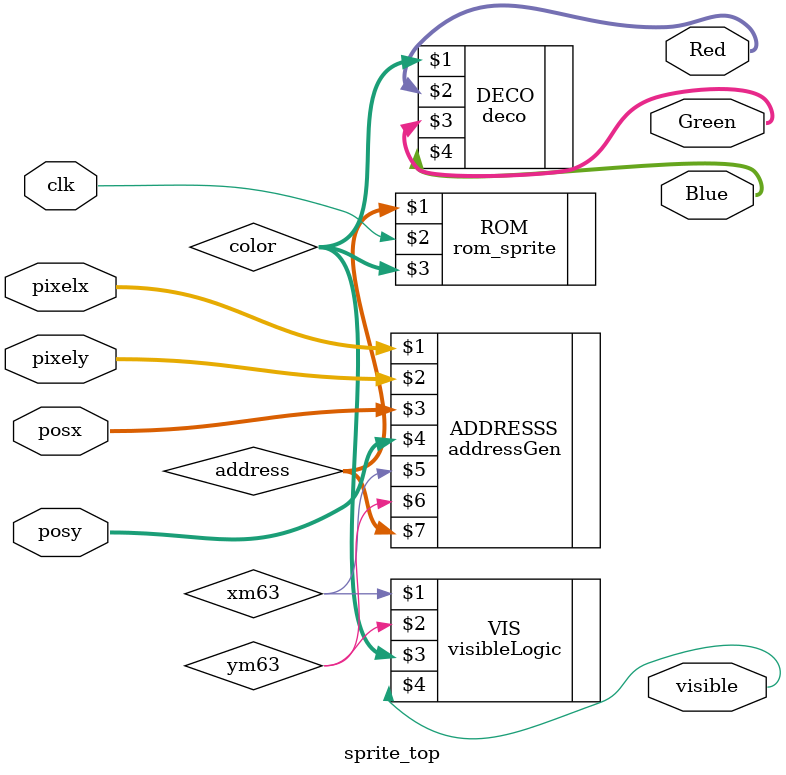
<source format=sv>
module sprite_top(input clk, input [9:0] posx,
						posy, pixelx, pixely,
						output [7:0] Red, Green, Blue,
						output visible);
//ROM
logic [11:0] address;
logic [2:0] color;

rom_sprite  ROM (address, clk, color);	
//DECO
deco DECO (color, Red, Green, Blue);
logic xm63, ym63;
//ADDRESS GENERATION
addressGen ADDRESSS(pixelx, pixely,
            posx, posy, xm63, ym63, address);	
//VISIBLE LOGIC			
visibleLogic VIS (xm63, ym63, color, visible);						
endmodule

</source>
